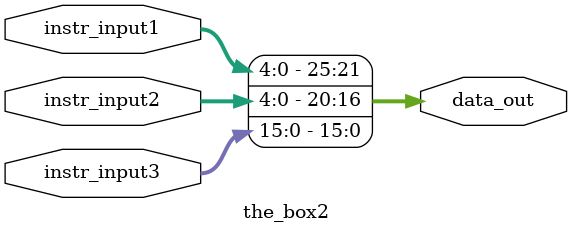
<source format=v>
module the_box2 (

    input wire  [4:0] instr_input1,
    input wire  [4:0] instr_input2,
    input wire  [15:0] instr_input3,
    output wire [25:0] data_out

); 

    //concatenando
    assign data_out = {instr_input1, instr_input2, instr_input3};


endmodule
</source>
